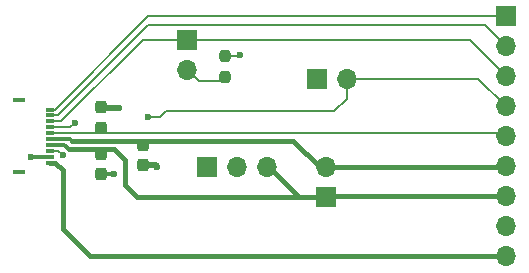
<source format=gtl>
%TF.GenerationSoftware,KiCad,Pcbnew,8.0.3*%
%TF.CreationDate,2024-06-23T18:27:21+02:00*%
%TF.ProjectId,LS018B7DH02_breakout,4c533031-3842-4374-9448-30325f627265,rev?*%
%TF.SameCoordinates,Original*%
%TF.FileFunction,Copper,L1,Top*%
%TF.FilePolarity,Positive*%
%FSLAX46Y46*%
G04 Gerber Fmt 4.6, Leading zero omitted, Abs format (unit mm)*
G04 Created by KiCad (PCBNEW 8.0.3) date 2024-06-23 18:27:21*
%MOMM*%
%LPD*%
G01*
G04 APERTURE LIST*
G04 Aperture macros list*
%AMRoundRect*
0 Rectangle with rounded corners*
0 $1 Rounding radius*
0 $2 $3 $4 $5 $6 $7 $8 $9 X,Y pos of 4 corners*
0 Add a 4 corners polygon primitive as box body*
4,1,4,$2,$3,$4,$5,$6,$7,$8,$9,$2,$3,0*
0 Add four circle primitives for the rounded corners*
1,1,$1+$1,$2,$3*
1,1,$1+$1,$4,$5*
1,1,$1+$1,$6,$7*
1,1,$1+$1,$8,$9*
0 Add four rect primitives between the rounded corners*
20,1,$1+$1,$2,$3,$4,$5,0*
20,1,$1+$1,$4,$5,$6,$7,0*
20,1,$1+$1,$6,$7,$8,$9,0*
20,1,$1+$1,$8,$9,$2,$3,0*%
G04 Aperture macros list end*
%TA.AperFunction,ComponentPad*%
%ADD10R,1.700000X1.700000*%
%TD*%
%TA.AperFunction,ComponentPad*%
%ADD11O,1.700000X1.700000*%
%TD*%
%TA.AperFunction,SMDPad,CuDef*%
%ADD12RoundRect,0.237500X0.237500X-0.300000X0.237500X0.300000X-0.237500X0.300000X-0.237500X-0.300000X0*%
%TD*%
%TA.AperFunction,SMDPad,CuDef*%
%ADD13RoundRect,0.237500X-0.237500X0.300000X-0.237500X-0.300000X0.237500X-0.300000X0.237500X0.300000X0*%
%TD*%
%TA.AperFunction,SMDPad,CuDef*%
%ADD14R,0.700000X0.300000*%
%TD*%
%TA.AperFunction,SMDPad,CuDef*%
%ADD15R,1.000000X0.300000*%
%TD*%
%TA.AperFunction,SMDPad,CuDef*%
%ADD16RoundRect,0.237500X0.237500X-0.250000X0.237500X0.250000X-0.237500X0.250000X-0.237500X-0.250000X0*%
%TD*%
%TA.AperFunction,ViaPad*%
%ADD17C,0.600000*%
%TD*%
%TA.AperFunction,Conductor*%
%ADD18C,0.200000*%
%TD*%
%TA.AperFunction,Conductor*%
%ADD19C,0.400000*%
%TD*%
%TA.AperFunction,Conductor*%
%ADD20C,0.500000*%
%TD*%
%TA.AperFunction,Conductor*%
%ADD21C,0.300000*%
%TD*%
G04 APERTURE END LIST*
D10*
%TO.P,J6,1,Pin_1*%
%TO.N,Net-(J1-SCS)*%
X87750000Y-85250000D03*
D11*
%TO.P,J6,2,Pin_2*%
%TO.N,Net-(J6-Pin_2)*%
X87750000Y-87790000D03*
%TD*%
D12*
%TO.P,C1,1*%
%TO.N,Net-(J1-DISP)*%
X80507703Y-92677656D03*
%TO.P,C1,2*%
%TO.N,VSS*%
X80507703Y-90952656D03*
%TD*%
D13*
%TO.P,C3,1*%
%TO.N,VDD*%
X80489636Y-94852205D03*
%TO.P,C3,2*%
%TO.N,VSS*%
X80489636Y-96577205D03*
%TD*%
D10*
%TO.P,J3,1,Pin_1*%
%TO.N,VSS*%
X89500000Y-96000000D03*
D11*
%TO.P,J3,2,Pin_2*%
%TO.N,EXTMODE_IN*%
X92040000Y-96000000D03*
%TO.P,J3,3,Pin_3*%
%TO.N,VDD*%
X94580000Y-96000000D03*
%TD*%
D13*
%TO.P,C2,1*%
%TO.N,Net-(J1-VDDA)*%
X84000000Y-94124301D03*
%TO.P,C2,2*%
%TO.N,VSS*%
X84000000Y-95849301D03*
%TD*%
D14*
%TO.P,J2,1,SCLK*%
%TO.N,Net-(J1-SCLK)*%
X76150000Y-91125000D03*
%TO.P,J2,2,SI*%
%TO.N,Net-(J1-SI)*%
X76150000Y-91625000D03*
%TO.P,J2,3,SCS*%
%TO.N,Net-(J1-SCS)*%
X76150000Y-92125000D03*
%TO.P,J2,4,EXTCOMIN*%
%TO.N,EXTCOMIN_IN*%
X76150000Y-92625000D03*
%TO.P,J2,5,DISP*%
%TO.N,Net-(J1-DISP)*%
X76150000Y-93125000D03*
%TO.P,J2,6,VDDA*%
%TO.N,Net-(J1-VDDA)*%
X76150000Y-93625000D03*
%TO.P,J2,7,VDD*%
%TO.N,VDD*%
X76150000Y-94125000D03*
%TO.P,J2,8,EXTMODE*%
%TO.N,EXTMODE_IN*%
X76150000Y-94625000D03*
%TO.P,J2,9,VSS*%
%TO.N,VSS*%
X76150000Y-95125000D03*
%TO.P,J2,10,VSSA*%
X76150000Y-95625000D03*
D15*
%TO.P,J2,11*%
%TO.N,N/C*%
X73500000Y-90335000D03*
%TO.P,J2,12*%
X73500000Y-96415000D03*
%TD*%
D10*
%TO.P,J1,1,SCLK*%
%TO.N,Net-(J1-SCLK)*%
X114789506Y-83245958D03*
D11*
%TO.P,J1,2,SI*%
%TO.N,Net-(J1-SI)*%
X114789506Y-85785958D03*
%TO.P,J1,3,SCS*%
%TO.N,Net-(J1-SCS)*%
X114789506Y-88325958D03*
%TO.P,J1,4,EXTCOMIN*%
%TO.N,EXTCOMIN_IN*%
X114789506Y-90865958D03*
%TO.P,J1,5,DISP*%
%TO.N,Net-(J1-DISP)*%
X114789506Y-93405958D03*
%TO.P,J1,6,VDDA*%
%TO.N,Net-(J1-VDDA)*%
X114789506Y-95945958D03*
%TO.P,J1,7,VDD*%
%TO.N,VDD*%
X114789506Y-98485958D03*
%TO.P,J1,8,EXTMODE*%
%TO.N,EXTMODE_IN*%
X114789506Y-101025958D03*
%TO.P,J1,9,GND*%
%TO.N,VSS*%
X114789506Y-103565958D03*
%TD*%
D16*
%TO.P,R1,1*%
%TO.N,Net-(J6-Pin_2)*%
X91000000Y-88412500D03*
%TO.P,R1,2*%
%TO.N,VSS*%
X91000000Y-86587500D03*
%TD*%
D10*
%TO.P,J4,1,Pin_1*%
%TO.N,VSS*%
X98750000Y-88500000D03*
D11*
%TO.P,J4,2,Pin_2*%
%TO.N,EXTCOMIN_IN*%
X101290000Y-88500000D03*
%TD*%
D10*
%TO.P,J5,1,Pin_1*%
%TO.N,VDD*%
X99500000Y-98525000D03*
D11*
%TO.P,J5,2,Pin_2*%
%TO.N,Net-(J1-VDDA)*%
X99500000Y-95985000D03*
%TD*%
D17*
%TO.N,VSS*%
X85250000Y-96000000D03*
X82000000Y-91000000D03*
X74519628Y-95136544D03*
X92250000Y-86500000D03*
X81577205Y-96577205D03*
%TO.N,EXTMODE_IN*%
X77250000Y-95000000D03*
%TO.N,EXTCOMIN_IN*%
X84500000Y-91750000D03*
X78250000Y-92250000D03*
%TD*%
D18*
%TO.N,Net-(J1-DISP)*%
X114508548Y-93125000D02*
X114789506Y-93405958D01*
X76150000Y-93125000D02*
X114508548Y-93125000D01*
%TO.N,VSS*%
X81955665Y-90955665D02*
X82000000Y-91000000D01*
D19*
X77250000Y-96250000D02*
X77250000Y-101250000D01*
D18*
X91000000Y-86587500D02*
X92162500Y-86587500D01*
X92162500Y-86587500D02*
X92250000Y-86500000D01*
D20*
X80500000Y-90955665D02*
X81955665Y-90955665D01*
D21*
X76150000Y-95125000D02*
X74531172Y-95125000D01*
D19*
X76625000Y-95625000D02*
X77250000Y-96250000D01*
D18*
X74531172Y-95125000D02*
X74519628Y-95136544D01*
D21*
X80489636Y-96577205D02*
X81577205Y-96577205D01*
D19*
X79565958Y-103565958D02*
X114789506Y-103565958D01*
D20*
X85250000Y-96000000D02*
X85099301Y-95849301D01*
X85099301Y-95849301D02*
X84000000Y-95849301D01*
D19*
X77250000Y-101250000D02*
X79565958Y-103565958D01*
X76150000Y-95625000D02*
X76625000Y-95625000D01*
D21*
%TO.N,Net-(J1-VDDA)*%
X76150000Y-93625000D02*
X77875000Y-93625000D01*
D19*
X96750000Y-93750000D02*
X98985000Y-95985000D01*
X114789506Y-95945958D02*
X114750464Y-95985000D01*
X78000000Y-93750000D02*
X96750000Y-93750000D01*
X114750464Y-95985000D02*
X99500000Y-95985000D01*
D21*
X77875000Y-93625000D02*
X78000000Y-93750000D01*
D19*
X98985000Y-95985000D02*
X99500000Y-95985000D01*
D21*
%TO.N,VDD*%
X76150000Y-94125000D02*
X77375000Y-94125000D01*
D19*
X94750000Y-96000000D02*
X97250000Y-98500000D01*
X99475000Y-98500000D02*
X99500000Y-98525000D01*
D18*
X94580000Y-96000000D02*
X94750000Y-96000000D01*
D19*
X82500000Y-97500000D02*
X82500000Y-95375000D01*
X99539042Y-98485958D02*
X114789506Y-98485958D01*
X97250000Y-98500000D02*
X83500000Y-98500000D01*
X83500000Y-98500000D02*
X82500000Y-97500000D01*
X81625000Y-94500000D02*
X77750000Y-94500000D01*
X97250000Y-98500000D02*
X99475000Y-98500000D01*
D21*
X77375000Y-94125000D02*
X77750000Y-94500000D01*
D19*
X82500000Y-95375000D02*
X81625000Y-94500000D01*
X99500000Y-98525000D02*
X99539042Y-98485958D01*
D18*
%TO.N,EXTMODE_IN*%
X76150000Y-94625000D02*
X76875000Y-94625000D01*
X76875000Y-94625000D02*
X77250000Y-95000000D01*
%TO.N,Net-(J1-SI)*%
X76875000Y-91625000D02*
X84500000Y-84000000D01*
X113003548Y-84000000D02*
X114789506Y-85785958D01*
X84500000Y-84000000D02*
X113003548Y-84000000D01*
X76150000Y-91625000D02*
X76875000Y-91625000D01*
%TO.N,EXTCOMIN_IN*%
X85500000Y-91750000D02*
X84500000Y-91750000D01*
X86000000Y-91250000D02*
X85500000Y-91750000D01*
X100250000Y-91250000D02*
X86000000Y-91250000D01*
X101290000Y-88500000D02*
X101290000Y-90210000D01*
X76150000Y-92625000D02*
X77875000Y-92625000D01*
X101290000Y-88500000D02*
X112423548Y-88500000D01*
X112423548Y-88500000D02*
X114789506Y-90865958D01*
X101290000Y-90210000D02*
X100250000Y-91250000D01*
X77875000Y-92625000D02*
X78250000Y-92250000D01*
%TO.N,Net-(J1-SCS)*%
X111713548Y-85250000D02*
X114789506Y-88325958D01*
X87750000Y-85250000D02*
X111713548Y-85250000D01*
X84000000Y-85250000D02*
X87750000Y-85250000D01*
X76150000Y-92125000D02*
X77125000Y-92125000D01*
X77125000Y-92125000D02*
X84000000Y-85250000D01*
%TO.N,Net-(J1-SCLK)*%
X76625000Y-91125000D02*
X84500000Y-83250000D01*
X114785464Y-83250000D02*
X114789506Y-83245958D01*
X84500000Y-83250000D02*
X114785464Y-83250000D01*
X76150000Y-91125000D02*
X76625000Y-91125000D01*
%TO.N,Net-(J6-Pin_2)*%
X90662500Y-88750000D02*
X91000000Y-88412500D01*
X88750000Y-88750000D02*
X90662500Y-88750000D01*
X87790000Y-87790000D02*
X88750000Y-88750000D01*
X87750000Y-87790000D02*
X87790000Y-87790000D01*
%TD*%
M02*

</source>
